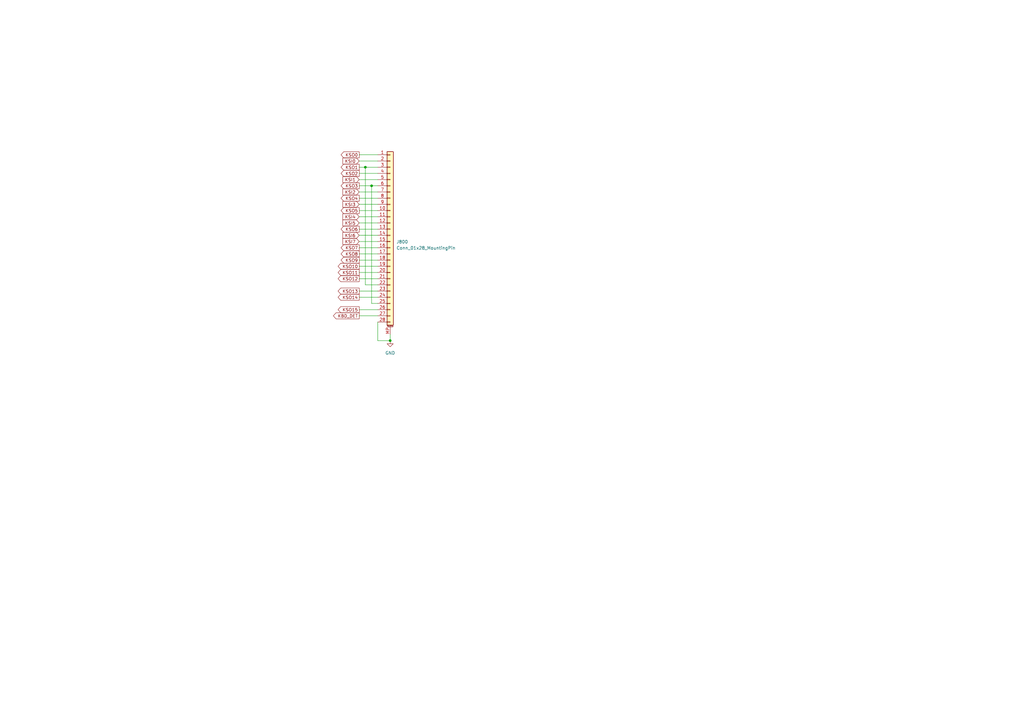
<source format=kicad_sch>
(kicad_sch (version 20210406) (generator eeschema)
  (paper "A3")
  (title_block (title "Archer") (date "2021-04-26") (rev "R0.1 draft") (company "Copyright EI-2030 2021.") (comment 2 "MERCHANTABILITY, SATISFACTORY QUALITY AND FITNESS FOR A PARTICULAR PURPOSE.") (comment 3 "source is distributed WITHOUT ANY EXPRESS OR IMPLIED WARRANTY, INCLUDING OF") (comment 4 "This source describes Open Hardware and is licensed under the CERN-OHL-S v2. This "))
  (lib_symbols
    (symbol "Connector_Generic_MountingPin:Conn_01x28_MountingPin" (pin_names (offset 1.016) hide)
      (property "Reference" "J" (at 0 35.56 0))
      (property "Value" "Conn_01x28_MountingPin" (at 1.27 -38.1 0))
      (symbol "Conn_01x28_MountingPin_1_1"
        (text "Mounting" (at 0 -37.211 0) (effects (font (size 0.381 0.381))))
        (rectangle (start -1.27 -35.433) (end 0 -35.687) (stroke (width 0.1524)))
        (rectangle (start -1.27 -32.893) (end 0 -33.147) (stroke (width 0.1524)))
        (rectangle (start -1.27 -30.353) (end 0 -30.607) (stroke (width 0.1524)))
        (rectangle (start -1.27 -27.813) (end 0 -28.067) (stroke (width 0.1524)))
        (rectangle (start -1.27 -25.273) (end 0 -25.527) (stroke (width 0.1524)))
        (rectangle (start -1.27 -22.733) (end 0 -22.987) (stroke (width 0.1524)))
        (rectangle (start -1.27 -20.193) (end 0 -20.447) (stroke (width 0.1524)))
        (rectangle (start -1.27 -17.653) (end 0 -17.907) (stroke (width 0.1524)))
        (rectangle (start -1.27 -15.113) (end 0 -15.367) (stroke (width 0.1524)))
        (rectangle (start -1.27 -12.573) (end 0 -12.827) (stroke (width 0.1524)))
        (rectangle (start -1.27 -10.033) (end 0 -10.287) (stroke (width 0.1524)))
        (rectangle (start -1.27 -7.493) (end 0 -7.747) (stroke (width 0.1524)))
        (rectangle (start -1.27 -4.953) (end 0 -5.207) (stroke (width 0.1524)))
        (rectangle (start -1.27 -2.413) (end 0 -2.667) (stroke (width 0.1524)))
        (rectangle (start -1.27 0.127) (end 0 -0.127) (stroke (width 0.1524)))
        (rectangle (start -1.27 2.667) (end 0 2.413) (stroke (width 0.1524)))
        (rectangle (start -1.27 5.207) (end 0 4.953) (stroke (width 0.1524)))
        (rectangle (start -1.27 7.747) (end 0 7.493) (stroke (width 0.1524)))
        (rectangle (start -1.27 10.287) (end 0 10.033) (stroke (width 0.1524)))
        (rectangle (start -1.27 12.827) (end 0 12.573) (stroke (width 0.1524)))
        (rectangle (start -1.27 15.367) (end 0 15.113) (stroke (width 0.1524)))
        (rectangle (start -1.27 17.907) (end 0 17.653) (stroke (width 0.1524)))
        (rectangle (start -1.27 20.447) (end 0 20.193) (stroke (width 0.1524)))
        (rectangle (start -1.27 22.987) (end 0 22.733) (stroke (width 0.1524)))
        (rectangle (start -1.27 25.527) (end 0 25.273) (stroke (width 0.1524)))
        (rectangle (start -1.27 28.067) (end 0 27.813) (stroke (width 0.1524)))
        (rectangle (start -1.27 30.607) (end 0 30.353) (stroke (width 0.1524)))
        (rectangle (start -1.27 33.147) (end 0 32.893) (stroke (width 0.1524)))
        (rectangle (start -1.27 34.29) (end 1.27 -36.83) (stroke (width 0.254)) (fill (type background)))
        (polyline (pts (xy -1.016 -37.592) (xy 1.016 -37.592)) (stroke (width 0.1524)))
        (pin passive line (at -5.08 33.02 0) (length 3.81) (name "Pin_1") (number "1"))
        (pin passive line (at -5.08 10.16 0) (length 3.81) (name "Pin_10") (number "10"))
        (pin passive line (at -5.08 7.62 0) (length 3.81) (name "Pin_11") (number "11"))
        (pin passive line (at -5.08 5.08 0) (length 3.81) (name "Pin_12") (number "12"))
        (pin passive line (at -5.08 2.54 0) (length 3.81) (name "Pin_13") (number "13"))
        (pin passive line (at -5.08 0 0) (length 3.81) (name "Pin_14") (number "14"))
        (pin passive line (at -5.08 -2.54 0) (length 3.81) (name "Pin_15") (number "15"))
        (pin passive line (at -5.08 -5.08 0) (length 3.81) (name "Pin_16") (number "16"))
        (pin passive line (at -5.08 -7.62 0) (length 3.81) (name "Pin_17") (number "17"))
        (pin passive line (at -5.08 -10.16 0) (length 3.81) (name "Pin_18") (number "18"))
        (pin passive line (at -5.08 -12.7 0) (length 3.81) (name "Pin_19") (number "19"))
        (pin passive line (at -5.08 30.48 0) (length 3.81) (name "Pin_2") (number "2"))
        (pin passive line (at -5.08 -15.24 0) (length 3.81) (name "Pin_20") (number "20"))
        (pin passive line (at -5.08 -17.78 0) (length 3.81) (name "Pin_21") (number "21"))
        (pin passive line (at -5.08 -20.32 0) (length 3.81) (name "Pin_22") (number "22"))
        (pin passive line (at -5.08 -22.86 0) (length 3.81) (name "Pin_23") (number "23"))
        (pin passive line (at -5.08 -25.4 0) (length 3.81) (name "Pin_24") (number "24"))
        (pin passive line (at -5.08 -27.94 0) (length 3.81) (name "Pin_25") (number "25"))
        (pin passive line (at -5.08 -30.48 0) (length 3.81) (name "Pin_26") (number "26"))
        (pin passive line (at -5.08 -33.02 0) (length 3.81) (name "Pin_27") (number "27"))
        (pin passive line (at -5.08 -35.56 0) (length 3.81) (name "Pin_28") (number "28"))
        (pin passive line (at -5.08 27.94 0) (length 3.81) (name "Pin_3") (number "3"))
        (pin passive line (at -5.08 25.4 0) (length 3.81) (name "Pin_4") (number "4"))
        (pin passive line (at -5.08 22.86 0) (length 3.81) (name "Pin_5") (number "5"))
        (pin passive line (at -5.08 20.32 0) (length 3.81) (name "Pin_6") (number "6"))
        (pin passive line (at -5.08 17.78 0) (length 3.81) (name "Pin_7") (number "7"))
        (pin passive line (at -5.08 15.24 0) (length 3.81) (name "Pin_8") (number "8"))
        (pin passive line (at -5.08 12.7 0) (length 3.81) (name "Pin_9") (number "9"))
        (pin passive line (at 0 -40.64 90) (length 3.048) (name "MountPin") (number "MP"))
      )
    )
    (symbol "power:GND" (power) (pin_names (offset 0))
      (property "Value" "GND" (at 0 -3.81 0))
      (symbol "GND_0_1"
        (polyline (pts (xy 0 0) (xy 0 -1.27) (xy 1.27 -1.27) (xy 0 -2.54) (xy -1.27 -1.27) (xy 0 -1.27)))
      )
      (symbol "GND_1_1"
        (pin power_in line (at 0 0 270) (length 0) hide (name "GND") (number "1"))
      )
    )
  )
  (junction (at 149.86 68.58) (diameter 0.9144))
  (junction (at 152.4 76.2) (diameter 0.9144))
  (junction (at 160.02 139.7) (diameter 0.9144))
  (wire (pts (xy 147.32 63.5) (xy 154.94 63.5)))
  (wire (pts (xy 147.32 66.04) (xy 154.94 66.04)))
  (wire (pts (xy 147.32 68.58) (xy 149.86 68.58)))
  (wire (pts (xy 147.32 71.12) (xy 154.94 71.12)))
  (wire (pts (xy 147.32 73.66) (xy 154.94 73.66)))
  (wire (pts (xy 147.32 76.2) (xy 152.4 76.2)))
  (wire (pts (xy 147.32 78.74) (xy 154.94 78.74)))
  (wire (pts (xy 147.32 81.28) (xy 154.94 81.28)))
  (wire (pts (xy 147.32 83.82) (xy 154.94 83.82)))
  (wire (pts (xy 147.32 86.36) (xy 154.94 86.36)))
  (wire (pts (xy 147.32 88.9) (xy 154.94 88.9)))
  (wire (pts (xy 147.32 91.44) (xy 154.94 91.44)))
  (wire (pts (xy 147.32 93.98) (xy 154.94 93.98)))
  (wire (pts (xy 147.32 96.52) (xy 154.94 96.52)))
  (wire (pts (xy 147.32 99.06) (xy 154.94 99.06)))
  (wire (pts (xy 147.32 101.6) (xy 154.94 101.6)))
  (wire (pts (xy 147.32 104.14) (xy 154.94 104.14)))
  (wire (pts (xy 147.32 106.68) (xy 154.94 106.68)))
  (wire (pts (xy 147.32 109.22) (xy 154.94 109.22)))
  (wire (pts (xy 147.32 111.76) (xy 154.94 111.76)))
  (wire (pts (xy 147.32 114.3) (xy 154.94 114.3)))
  (wire (pts (xy 147.32 119.38) (xy 154.94 119.38)))
  (wire (pts (xy 147.32 121.92) (xy 154.94 121.92)))
  (wire (pts (xy 147.32 127) (xy 154.94 127)))
  (wire (pts (xy 147.32 129.54) (xy 154.94 129.54)))
  (wire (pts (xy 149.86 68.58) (xy 154.94 68.58)))
  (wire (pts (xy 149.86 116.84) (xy 149.86 68.58)))
  (wire (pts (xy 152.4 76.2) (xy 154.94 76.2)))
  (wire (pts (xy 152.4 124.46) (xy 152.4 76.2)))
  (wire (pts (xy 154.94 116.84) (xy 149.86 116.84)))
  (wire (pts (xy 154.94 124.46) (xy 152.4 124.46)))
  (wire (pts (xy 154.94 132.08) (xy 154.94 139.7)))
  (wire (pts (xy 154.94 139.7) (xy 160.02 139.7)))
  (wire (pts (xy 160.02 137.16) (xy 160.02 139.7)))
  (global_label "KSO0" (shape output) (at 147.32 63.5 180) (property "Intersheet References" "${INTERSHEET_REFS}" (effects hide)))
  (global_label "KSI0" (shape input) (at 147.32 66.04 180) (property "Intersheet References" "${INTERSHEET_REFS}" (effects hide)))
  (global_label "KSO1" (shape output) (at 147.32 68.58 180) (property "Intersheet References" "${INTERSHEET_REFS}" (effects hide)))
  (global_label "KSO2" (shape output) (at 147.32 71.12 180) (property "Intersheet References" "${INTERSHEET_REFS}" (effects hide)))
  (global_label "KSI1" (shape input) (at 147.32 73.66 180) (property "Intersheet References" "${INTERSHEET_REFS}" (effects hide)))
  (global_label "KSO3" (shape output) (at 147.32 76.2 180) (property "Intersheet References" "${INTERSHEET_REFS}" (effects hide)))
  (global_label "KSI2" (shape input) (at 147.32 78.74 180) (property "Intersheet References" "${INTERSHEET_REFS}" (effects hide)))
  (global_label "KSO4" (shape output) (at 147.32 81.28 180) (property "Intersheet References" "${INTERSHEET_REFS}" (effects hide)))
  (global_label "KSI3" (shape input) (at 147.32 83.82 180) (property "Intersheet References" "${INTERSHEET_REFS}" (effects hide)))
  (global_label "KSO5" (shape output) (at 147.32 86.36 180) (property "Intersheet References" "${INTERSHEET_REFS}" (effects hide)))
  (global_label "KSI4" (shape input) (at 147.32 88.9 180) (property "Intersheet References" "${INTERSHEET_REFS}" (effects hide)))
  (global_label "KSI5" (shape input) (at 147.32 91.44 180) (property "Intersheet References" "${INTERSHEET_REFS}" (effects hide)))
  (global_label "KSO6" (shape output) (at 147.32 93.98 180) (property "Intersheet References" "${INTERSHEET_REFS}" (effects hide)))
  (global_label "KSI6" (shape input) (at 147.32 96.52 180) (property "Intersheet References" "${INTERSHEET_REFS}" (effects hide)))
  (global_label "KSI7" (shape input) (at 147.32 99.06 180) (property "Intersheet References" "${INTERSHEET_REFS}" (effects hide)))
  (global_label "KSO7" (shape output) (at 147.32 101.6 180) (property "Intersheet References" "${INTERSHEET_REFS}" (effects hide)))
  (global_label "KSO8" (shape output) (at 147.32 104.14 180) (property "Intersheet References" "${INTERSHEET_REFS}" (effects hide)))
  (global_label "KSO9" (shape output) (at 147.32 106.68 180) (property "Intersheet References" "${INTERSHEET_REFS}" (effects hide)))
  (global_label "KSO10" (shape output) (at 147.32 109.22 180) (property "Intersheet References" "${INTERSHEET_REFS}" (effects hide)))
  (global_label "KSO11" (shape output) (at 147.32 111.76 180) (property "Intersheet References" "${INTERSHEET_REFS}" (effects hide)))
  (global_label "KSO12" (shape output) (at 147.32 114.3 180) (property "Intersheet References" "${INTERSHEET_REFS}" (effects hide)))
  (global_label "KSO13" (shape output) (at 147.32 119.38 180) (property "Intersheet References" "${INTERSHEET_REFS}" (effects hide)))
  (global_label "KSO14" (shape output) (at 147.32 121.92 180) (property "Intersheet References" "${INTERSHEET_REFS}" (effects hide)))
  (global_label "KSO15" (shape output) (at 147.32 127 180) (property "Intersheet References" "${INTERSHEET_REFS}" (effects hide)))
  (global_label "KBD_DET" (shape output) (at 147.32 129.54 180) (property "Intersheet References" "${INTERSHEET_REFS}" (effects hide)))
  (symbol (lib_id "power:GND") (at 160.02 139.7 0) (unit 1)
    (property "Reference" "#PWR?" (effects hide))
    (property "Value" "GND" (at 160.02 144.78 0))
  )
  (symbol (lib_id "Connector_Generic_MountingPin:Conn_01x28_MountingPin") (at 160.02 96.52 0) (unit 1)
    (property "Reference" "J800" (at 162.56 99.1869 0) (effects (justify left)))
    (property "Value" "Conn_01x28_MountingPin" (at 162.56 101.7269 0) (effects (justify left)))
  )
)
</source>
